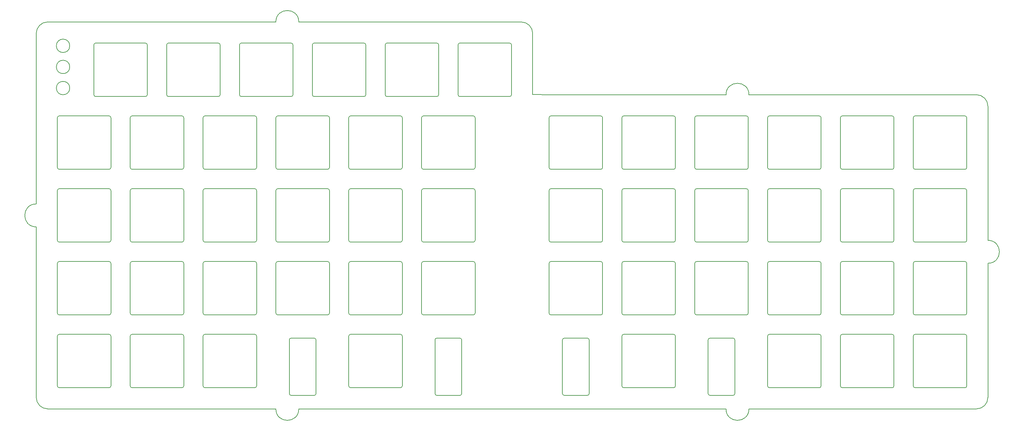
<source format=gm1>
G04 #@! TF.GenerationSoftware,KiCad,Pcbnew,(5.1.4-0)*
G04 #@! TF.CreationDate,2020-12-16T23:05:57-05:00*
G04 #@! TF.ProjectId,,58585858-5858-4585-9858-585858585858,rev?*
G04 #@! TF.SameCoordinates,Original*
G04 #@! TF.FileFunction,Profile,NP*
%FSLAX46Y46*%
G04 Gerber Fmt 4.6, Leading zero omitted, Abs format (unit mm)*
G04 Created by KiCad (PCBNEW (5.1.4-0)) date 2020-12-16 23:05:57*
%MOMM*%
%LPD*%
G04 APERTURE LIST*
%ADD10C,0.200000*%
G04 APERTURE END LIST*
D10*
X117725000Y-60075000D02*
G75*
G02X117225000Y-60575000I-500000J0D01*
G01*
X60075000Y-46574999D02*
G75*
G02X60575000Y-47074999I0J-500000D01*
G01*
X227262500Y-60075000D02*
G75*
G02X226762500Y-60575000I-500000J0D01*
G01*
X227262500Y-47074999D02*
X227262500Y-60075000D01*
X47074999Y-60575000D02*
X60075000Y-60575000D01*
X117725000Y-47074999D02*
X117725000Y-60075000D01*
X79625000Y-47074999D02*
X79625000Y-60075000D01*
X189162500Y-60075000D02*
G75*
G02X188662500Y-60575000I-500000J0D01*
G01*
X98674999Y-60075000D02*
G75*
G02X98174999Y-60575000I-500000J0D01*
G01*
X41525000Y-60075000D02*
G75*
G02X41025000Y-60575000I-500000J0D01*
G01*
X25000000Y-123250001D02*
G75*
G02X21999999Y-120250000I0J3000001D01*
G01*
X232812500Y-60575000D02*
X245812500Y-60575000D01*
X232812500Y-60575000D02*
G75*
G02X232312500Y-60075000I0J500000D01*
G01*
X28025000Y-60575000D02*
G75*
G02X27525000Y-60075000I0J500000D01*
G01*
X65624999Y-47074999D02*
G75*
G02X66124999Y-46574999I500000J0D01*
G01*
X270887500Y-85150000D02*
X270887500Y-120250000D01*
X188662500Y-46574999D02*
G75*
G02X189162500Y-47074999I0J-500000D01*
G01*
X251862500Y-79625000D02*
X264862499Y-79625000D01*
X208387999Y-123250000D02*
G75*
G02X202387999Y-123250000I-3000000J0D01*
G01*
X90663166Y-123250000D02*
X202388000Y-123250000D01*
X270887500Y-79150000D02*
G75*
G02X270887500Y-85150000I0J-3000000D01*
G01*
X270887500Y-44050000D02*
X270887500Y-79149999D01*
X22000000Y-25000000D02*
X22000000Y-69625000D01*
X25000000Y-123250000D02*
X84663166Y-123250000D01*
X208387999Y-123250000D02*
X267887500Y-123250000D01*
X22000000Y-75625000D02*
G75*
G02X22000000Y-69625000I0J3000000D01*
G01*
X22000000Y-75625000D02*
X22000000Y-120250000D01*
X90663166Y-123250000D02*
G75*
G02X84663166Y-123250000I-3000000J0D01*
G01*
X41524999Y-66125000D02*
X41524999Y-79125000D01*
X251362500Y-47074999D02*
G75*
G02X251862500Y-46574999I500000J0D01*
G01*
X265362499Y-98175000D02*
G75*
G02X264862499Y-98675000I-500000J0D01*
G01*
X28025000Y-65625000D02*
X41025000Y-65625000D01*
X208212499Y-79125000D02*
G75*
G02X207712499Y-79625000I-500000J0D01*
G01*
X251862500Y-98675000D02*
G75*
G02X251362500Y-98175000I0J500000D01*
G01*
X194712500Y-60575000D02*
X207712499Y-60575000D01*
X28025000Y-79625000D02*
X41025000Y-79625000D01*
X265362499Y-60075000D02*
G75*
G02X264862499Y-60575000I-500000J0D01*
G01*
X85175000Y-98675000D02*
G75*
G02X84675000Y-98175000I0J500000D01*
G01*
X213762500Y-79625000D02*
G75*
G02X213262500Y-79125000I0J500000D01*
G01*
X79125000Y-65625000D02*
G75*
G02X79625000Y-66125000I0J-500000D01*
G01*
X60075000Y-84675000D02*
G75*
G02X60575000Y-85175000I0J-500000D01*
G01*
X251362500Y-47074999D02*
X251362500Y-60075000D01*
X166612499Y-119225000D02*
G75*
G02X166112499Y-119725000I-500000J0D01*
G01*
X245812500Y-46574999D02*
G75*
G02X246312500Y-47074999I0J-500000D01*
G01*
X213262500Y-66125000D02*
X213262500Y-79125000D01*
X265362500Y-47074999D02*
X265362500Y-60075000D01*
X213262500Y-47074999D02*
G75*
G02X213762500Y-46574999I500000J0D01*
G01*
X226762500Y-46574999D02*
G75*
G02X227262500Y-47074999I0J-500000D01*
G01*
X104225000Y-98675000D02*
X117225000Y-98675000D01*
X98674999Y-98175000D02*
G75*
G02X98174999Y-98675000I-500000J0D01*
G01*
X194712500Y-46574999D02*
X207712499Y-46574999D01*
X46574999Y-104225000D02*
X46574999Y-117225000D01*
X175662500Y-46574999D02*
X188662500Y-46574999D01*
X175662500Y-60575000D02*
X188662500Y-60575000D01*
X104225000Y-79625000D02*
G75*
G02X103725000Y-79125000I0J500000D01*
G01*
X28025000Y-103725000D02*
X41025000Y-103725000D01*
X213762500Y-65625000D02*
X226762500Y-65625000D01*
X47074999Y-65625000D02*
X60075000Y-65625000D01*
X46574999Y-85175000D02*
G75*
G02X47074999Y-84675000I500000J0D01*
G01*
X246312500Y-66125000D02*
X246312500Y-79125000D01*
X213762500Y-103725000D02*
X226762500Y-103725000D01*
X213262500Y-104225000D02*
X213262500Y-117225000D01*
X213762500Y-60575000D02*
G75*
G02X213262500Y-60075000I0J500000D01*
G01*
X213262500Y-47074999D02*
X213262500Y-60075000D01*
X213762500Y-117725000D02*
X226762500Y-117725000D01*
X227262500Y-104225000D02*
X227262500Y-117225000D01*
X46574999Y-104225000D02*
G75*
G02X47074999Y-103725000I500000J0D01*
G01*
X104225000Y-65625000D02*
X117225000Y-65625000D01*
X28025000Y-117725000D02*
X41025000Y-117725000D01*
X207712499Y-46574999D02*
G75*
G02X208212499Y-47074999I0J-500000D01*
G01*
X85175000Y-60575000D02*
X98174999Y-60575000D01*
X27524999Y-66125000D02*
X27524999Y-79125000D01*
X41525000Y-79125000D02*
G75*
G02X41025000Y-79625000I-500000J0D01*
G01*
X189162500Y-47074999D02*
X189162500Y-60075000D01*
X245812500Y-84675000D02*
G75*
G02X246312500Y-85175000I0J-500000D01*
G01*
X79625000Y-79125000D02*
G75*
G02X79125000Y-79625000I-500000J0D01*
G01*
X213262500Y-104225000D02*
G75*
G02X213762500Y-103725000I500000J0D01*
G01*
X60575000Y-104225000D02*
X60575000Y-117225000D01*
X122774999Y-66125000D02*
G75*
G02X123275000Y-65624999I500001J0D01*
G01*
X175162500Y-47074999D02*
G75*
G02X175662500Y-46574999I500000J0D01*
G01*
X104225000Y-84675000D02*
X117225000Y-84675000D01*
X175162500Y-85175000D02*
X175162500Y-98175000D01*
X251862500Y-103725000D02*
X264862499Y-103725000D01*
X251862500Y-117725000D02*
X264862499Y-117725000D01*
X207712499Y-84675000D02*
G75*
G02X208212499Y-85175000I0J-500000D01*
G01*
X197712499Y-105225000D02*
X197712499Y-119225000D01*
X194712500Y-98675000D02*
G75*
G02X194212500Y-98175000I0J500000D01*
G01*
X84674999Y-66125000D02*
G75*
G02X85175000Y-65624999I500001J0D01*
G01*
X232812500Y-117725000D02*
G75*
G02X232312500Y-117225000I0J500000D01*
G01*
X103725000Y-104225000D02*
X103725000Y-117225000D01*
X208212499Y-85175000D02*
X208212499Y-98175000D01*
X265362500Y-104225000D02*
X265362500Y-117225000D01*
X156612500Y-84675000D02*
X169612500Y-84675000D01*
X117725000Y-117225000D02*
G75*
G02X117225000Y-117725000I-500000J0D01*
G01*
X88675000Y-104725000D02*
X94675000Y-104725000D01*
X156612500Y-98675000D02*
G75*
G02X156112500Y-98175000I0J500000D01*
G01*
X213762500Y-98675000D02*
X226762500Y-98675000D01*
X156112500Y-85175000D02*
X156112500Y-98175000D01*
X213762500Y-98675000D02*
G75*
G02X213262500Y-98175000I0J500000D01*
G01*
X213762500Y-117725000D02*
G75*
G02X213262500Y-117225000I0J500000D01*
G01*
X60575000Y-79125000D02*
G75*
G02X60075000Y-79625000I-500000J0D01*
G01*
X246312500Y-85175000D02*
X246312500Y-98175000D01*
X84675000Y-66125000D02*
X84675000Y-79125000D01*
X123275000Y-98675000D02*
X136275000Y-98675000D01*
X232312500Y-85175000D02*
G75*
G02X232812500Y-84675000I500000J0D01*
G01*
X166112499Y-104725000D02*
G75*
G02X166612499Y-105225000I0J-500000D01*
G01*
X246312500Y-104225000D02*
X246312500Y-117225000D01*
X265362499Y-117225000D02*
G75*
G02X264862499Y-117725000I-500000J0D01*
G01*
X194212500Y-85175000D02*
X194212500Y-98175000D01*
X126275000Y-105225000D02*
G75*
G02X126775000Y-104725000I500000J0D01*
G01*
X227262500Y-66125000D02*
X227262500Y-79125000D01*
X85175000Y-79625000D02*
X98174999Y-79625000D01*
X104225000Y-117725000D02*
G75*
G02X103725000Y-117225000I0J500000D01*
G01*
X245812500Y-103725000D02*
G75*
G02X246312500Y-104225000I0J-500000D01*
G01*
X103725000Y-104225000D02*
G75*
G02X104225000Y-103725000I500000J0D01*
G01*
X227262500Y-117225000D02*
G75*
G02X226762500Y-117725000I-500000J0D01*
G01*
X175662500Y-103725000D02*
X188662500Y-103725000D01*
X66124999Y-79625000D02*
X79125000Y-79625000D01*
X208212499Y-60075000D02*
G75*
G02X207712499Y-60575000I-500000J0D01*
G01*
X251362500Y-104225000D02*
G75*
G02X251862500Y-103725000I500000J0D01*
G01*
X28025000Y-84675000D02*
X41025000Y-84675000D01*
X47074999Y-79625000D02*
X60075000Y-79625000D01*
X232312500Y-104225000D02*
G75*
G02X232812500Y-103725000I500000J0D01*
G01*
X156612500Y-65625000D02*
X169612500Y-65625000D01*
X232312500Y-85175000D02*
X232312500Y-98175000D01*
X232312500Y-104225000D02*
X232312500Y-117225000D01*
X251362500Y-104225000D02*
X251362500Y-117225000D01*
X251862500Y-117725000D02*
G75*
G02X251362500Y-117225000I0J500000D01*
G01*
X85175000Y-65625000D02*
X98174999Y-65625000D01*
X117725000Y-104225000D02*
X117725000Y-117225000D01*
X160112500Y-119725000D02*
X166112499Y-119725000D01*
X66124999Y-79625000D02*
G75*
G02X65624999Y-79125000I0J500000D01*
G01*
X264862499Y-103724999D02*
G75*
G02X265362500Y-104225000I0J-500001D01*
G01*
X123275000Y-79625000D02*
X136275000Y-79625000D01*
X136775000Y-98175000D02*
G75*
G02X136275000Y-98675000I-500000J0D01*
G01*
X123275000Y-84675000D02*
X136275000Y-84675000D01*
X189162500Y-98175000D02*
G75*
G02X188662500Y-98675000I-500000J0D01*
G01*
X264862499Y-46574998D02*
G75*
G02X265362500Y-47074999I0J-500001D01*
G01*
X189162500Y-104225000D02*
X189162500Y-117225000D01*
X226762500Y-103725000D02*
G75*
G02X227262500Y-104225000I0J-500000D01*
G01*
X175662500Y-117725000D02*
G75*
G02X175162500Y-117225000I0J500000D01*
G01*
X232812500Y-103725000D02*
X245812500Y-103725000D01*
X246312500Y-117225000D02*
G75*
G02X245812500Y-117725000I-500000J0D01*
G01*
X95175000Y-119225000D02*
G75*
G02X94675000Y-119725000I-500000J0D01*
G01*
X232812500Y-117725000D02*
X245812500Y-117725000D01*
X251362500Y-85175000D02*
X251362500Y-98175000D01*
X27524999Y-104225000D02*
X27524999Y-117225000D01*
X98675000Y-66125000D02*
X98675000Y-79125000D01*
X126274999Y-105225000D02*
X126274999Y-119225000D01*
X213262500Y-85175000D02*
X213262500Y-98175000D01*
X88174999Y-105225000D02*
X88174999Y-119225000D01*
X136275000Y-65625000D02*
G75*
G02X136775000Y-66125000I0J-500000D01*
G01*
X136775000Y-79125000D02*
G75*
G02X136275000Y-79625000I-500000J0D01*
G01*
X194212500Y-85175000D02*
G75*
G02X194712500Y-84675000I500000J0D01*
G01*
X65624998Y-66125000D02*
G75*
G02X66124999Y-65624999I500001J0D01*
G01*
X156612500Y-98675000D02*
X169612500Y-98675000D01*
X160112500Y-119725001D02*
G75*
G02X159612499Y-119225000I0J500001D01*
G01*
X188662500Y-84675000D02*
G75*
G02X189162500Y-85175000I0J-500000D01*
G01*
X246312500Y-98175000D02*
G75*
G02X245812500Y-98675000I-500000J0D01*
G01*
X156612500Y-79625000D02*
X169612500Y-79625000D01*
X117725000Y-79125000D02*
G75*
G02X117225000Y-79625000I-500000J0D01*
G01*
X264862499Y-84674999D02*
G75*
G02X265362500Y-85175000I0J-500001D01*
G01*
X232812500Y-98675000D02*
G75*
G02X232312500Y-98175000I0J500000D01*
G01*
X226762500Y-84675000D02*
G75*
G02X227262500Y-85175000I0J-500000D01*
G01*
X226762500Y-65625000D02*
G75*
G02X227262500Y-66125000I0J-500000D01*
G01*
X160112500Y-104725000D02*
X166112499Y-104725000D01*
X88675000Y-119725001D02*
G75*
G02X88174999Y-119225000I0J500001D01*
G01*
X189162500Y-85175000D02*
X189162500Y-98175000D01*
X60575000Y-66125000D02*
X60575000Y-79125000D01*
X198212499Y-119725000D02*
G75*
G02X197712499Y-119225000I0J500000D01*
G01*
X175162500Y-104225000D02*
X175162500Y-117225000D01*
X126775000Y-119725001D02*
G75*
G02X126274999Y-119225000I0J500001D01*
G01*
X132775000Y-104725001D02*
G75*
G02X133274999Y-105225000I0J-499999D01*
G01*
X208212499Y-98175000D02*
G75*
G02X207712499Y-98675000I-500000J0D01*
G01*
X46574999Y-66125000D02*
X46574999Y-79125000D01*
X41524999Y-104225000D02*
X41524999Y-117225000D01*
X227262500Y-98175000D02*
G75*
G02X226762500Y-98675000I-500000J0D01*
G01*
X95175000Y-105225000D02*
X95175000Y-119225000D01*
X170112500Y-85175000D02*
X170112500Y-98175000D01*
X175162500Y-85175000D02*
G75*
G02X175662500Y-84675000I500000J0D01*
G01*
X60075000Y-65625000D02*
G75*
G02X60575000Y-66125000I0J-500000D01*
G01*
X126775000Y-119725000D02*
X132775000Y-119725000D01*
X123275000Y-65625000D02*
X136275000Y-65625000D01*
X133275000Y-105225000D02*
X133275000Y-119225000D01*
X204212500Y-104725000D02*
G75*
G02X204712500Y-105225000I0J-500000D01*
G01*
X175662500Y-84675000D02*
X188662500Y-84675000D01*
X88675000Y-119725000D02*
X94675000Y-119725000D01*
X213762500Y-84675000D02*
X226762500Y-84675000D01*
X175662500Y-98675000D02*
G75*
G02X175162500Y-98175000I0J500000D01*
G01*
X66124999Y-65625000D02*
X79125000Y-65625000D01*
X251862500Y-60575000D02*
G75*
G02X251362500Y-60075000I0J500000D01*
G01*
X175662500Y-98675000D02*
X188662500Y-98675000D01*
X94675000Y-104725000D02*
G75*
G02X95175000Y-105225000I0J-500000D01*
G01*
X204712500Y-119225000D02*
G75*
G02X204212500Y-119725000I-500000J0D01*
G01*
X194712500Y-84675000D02*
X207712499Y-84675000D01*
X213262500Y-85175000D02*
G75*
G02X213762500Y-84675000I500000J0D01*
G01*
X198212499Y-119725000D02*
X204212500Y-119725000D01*
X122775000Y-66125000D02*
X122775000Y-79125000D01*
X198212499Y-104725000D02*
X204212500Y-104725000D01*
X175662500Y-117725000D02*
X188662500Y-117725000D01*
X188662500Y-103725000D02*
G75*
G02X189162500Y-104225000I0J-500000D01*
G01*
X88175000Y-105225000D02*
G75*
G02X88675000Y-104725000I500000J0D01*
G01*
X126775000Y-104725000D02*
X132775000Y-104725000D01*
X156112500Y-85175000D02*
G75*
G02X156612500Y-84675000I500000J0D01*
G01*
X251362500Y-85175000D02*
G75*
G02X251862500Y-84675000I500000J0D01*
G01*
X265362500Y-85175000D02*
X265362500Y-98175000D01*
X227262500Y-85175000D02*
X227262500Y-98175000D01*
X170112500Y-98175000D02*
G75*
G02X169612500Y-98675000I-500000J0D01*
G01*
X159612500Y-105225000D02*
X159612500Y-119225000D01*
X85175000Y-79625000D02*
G75*
G02X84675000Y-79125000I0J500000D01*
G01*
X156612500Y-79625000D02*
G75*
G02X156112500Y-79125000I0J500000D01*
G01*
X156612500Y-60575000D02*
X169612500Y-60575000D01*
X232812500Y-98675000D02*
X245812500Y-98675000D01*
X251862500Y-98675000D02*
X264862499Y-98675000D01*
X204712500Y-105225000D02*
X204712500Y-119225000D01*
X46574998Y-66125000D02*
G75*
G02X47074999Y-65624999I500001J0D01*
G01*
X251862500Y-84675000D02*
X264862499Y-84675000D01*
X232312500Y-47074999D02*
G75*
G02X232812500Y-46574999I500000J0D01*
G01*
X166612499Y-105225000D02*
X166612499Y-119225000D01*
X194212500Y-47074999D02*
G75*
G02X194712500Y-46574999I500000J0D01*
G01*
X136275000Y-84675000D02*
G75*
G02X136775000Y-85175000I0J-500000D01*
G01*
X213762500Y-46574999D02*
X226762500Y-46574999D01*
X47074999Y-79625000D02*
G75*
G02X46574999Y-79125000I0J500000D01*
G01*
X189162500Y-66125000D02*
X189162500Y-79125000D01*
X46574999Y-85175000D02*
X46574999Y-98175000D01*
X213262499Y-66125000D02*
G75*
G02X213762500Y-65624999I500001J0D01*
G01*
X133275000Y-119225000D02*
G75*
G02X132775000Y-119725000I-500000J0D01*
G01*
X136775000Y-66125000D02*
X136775000Y-79125000D01*
X251862500Y-60575000D02*
X264862499Y-60575000D01*
X28025000Y-98675000D02*
G75*
G02X27525000Y-98175000I0J500000D01*
G01*
X175162500Y-104225000D02*
G75*
G02X175662500Y-103725000I500000J0D01*
G01*
X175162499Y-66125000D02*
G75*
G02X175662500Y-65624999I500001J0D01*
G01*
X79125000Y-103725000D02*
G75*
G02X79625000Y-104225000I0J-500000D01*
G01*
X175162500Y-66125000D02*
X175162500Y-79125000D01*
X194712500Y-79625000D02*
G75*
G02X194212500Y-79125000I0J500000D01*
G01*
X27524999Y-85175000D02*
X27524999Y-98175000D01*
X79625000Y-66125000D02*
X79625000Y-79125000D01*
X28025000Y-98675000D02*
X41025000Y-98675000D01*
X47074999Y-98675000D02*
X60075000Y-98675000D01*
X213762500Y-60575000D02*
X226762500Y-60575000D01*
X65625000Y-66125000D02*
X65625000Y-79125000D01*
X169612500Y-84675000D02*
G75*
G02X170112500Y-85175000I0J-500000D01*
G01*
X159612500Y-105225000D02*
G75*
G02X160112500Y-104725000I500000J0D01*
G01*
X232812500Y-84675000D02*
X245812500Y-84675000D01*
X84675000Y-47074999D02*
G75*
G02X85175000Y-46574999I500000J0D01*
G01*
X65624999Y-104225000D02*
G75*
G02X66124999Y-103725000I500000J0D01*
G01*
X208212499Y-47074999D02*
X208212499Y-60075000D01*
X104225000Y-117725000D02*
X117225000Y-117725000D01*
X104225000Y-79625000D02*
X117225000Y-79625000D01*
X197712499Y-105225000D02*
G75*
G02X198212499Y-104725000I500000J0D01*
G01*
X41025000Y-65625000D02*
G75*
G02X41525000Y-66125000I0J-500000D01*
G01*
X123275000Y-98675000D02*
G75*
G02X122775000Y-98175000I0J500000D01*
G01*
X189162500Y-117225000D02*
G75*
G02X188662500Y-117725000I-500000J0D01*
G01*
X194712500Y-98675000D02*
X207712499Y-98675000D01*
X194212500Y-47074999D02*
X194212500Y-60075000D01*
X170112500Y-79125000D02*
G75*
G02X169612500Y-79625000I-500000J0D01*
G01*
X117225000Y-103725000D02*
G75*
G02X117725000Y-104225000I0J-500000D01*
G01*
X207712499Y-65625000D02*
G75*
G02X208212499Y-66125000I0J-500000D01*
G01*
X79625000Y-117225000D02*
G75*
G02X79125000Y-117725000I-500000J0D01*
G01*
X60075000Y-103725000D02*
G75*
G02X60575000Y-104225000I0J-500000D01*
G01*
X98174999Y-65624999D02*
G75*
G02X98675000Y-66125000I0J-500001D01*
G01*
X66124999Y-117725000D02*
G75*
G02X65624999Y-117225000I0J500000D01*
G01*
X194712500Y-65625000D02*
X207712499Y-65625000D01*
X117725000Y-98175000D02*
G75*
G02X117225000Y-98675000I-500000J0D01*
G01*
X60575000Y-117225000D02*
G75*
G02X60075000Y-117725000I-500000J0D01*
G01*
X251362500Y-66125000D02*
X251362500Y-79125000D01*
X232312500Y-66125000D02*
X232312500Y-79125000D01*
X65625000Y-85175000D02*
X65625000Y-98175000D01*
X189162500Y-79125000D02*
G75*
G02X188662500Y-79625000I-500000J0D01*
G01*
X232312499Y-66125000D02*
G75*
G02X232812500Y-65624999I500001J0D01*
G01*
X104225000Y-98675000D02*
G75*
G02X103725000Y-98175000I0J500000D01*
G01*
X122775000Y-85175000D02*
X122775000Y-98175000D01*
X188662500Y-65625000D02*
G75*
G02X189162500Y-66125000I0J-500000D01*
G01*
X156112500Y-66125000D02*
X156112500Y-79125000D01*
X156112499Y-66125000D02*
G75*
G02X156612500Y-65624999I500001J0D01*
G01*
X175662500Y-65625000D02*
X188662500Y-65625000D01*
X47074999Y-103725000D02*
X60075000Y-103725000D01*
X103725000Y-85175000D02*
X103725000Y-98175000D01*
X28025000Y-117725000D02*
G75*
G02X27525000Y-117225000I0J500000D01*
G01*
X41525000Y-117225000D02*
G75*
G02X41025000Y-117725000I-500000J0D01*
G01*
X47074999Y-84675000D02*
X60075000Y-84675000D01*
X194212500Y-66125000D02*
X194212500Y-79125000D01*
X265362499Y-79125000D02*
G75*
G02X264862499Y-79625000I-500000J0D01*
G01*
X251862500Y-46574999D02*
X264862499Y-46574999D01*
X103725000Y-66125000D02*
X103725000Y-79125000D01*
X27524999Y-66125000D02*
G75*
G02X28025000Y-65624999I500001J0D01*
G01*
X175662500Y-79625000D02*
X188662500Y-79625000D01*
X66124999Y-117725000D02*
X79125000Y-117725000D01*
X66124999Y-103725000D02*
X79125000Y-103725000D01*
X251862500Y-79625000D02*
G75*
G02X251362500Y-79125000I0J500000D01*
G01*
X117725000Y-66125000D02*
X117725000Y-79125000D01*
X65625000Y-104225000D02*
X65625000Y-117225000D01*
X251862500Y-65625000D02*
X264862499Y-65625000D01*
X47074999Y-117725000D02*
G75*
G02X46574999Y-117225000I0J500000D01*
G01*
X169612500Y-65625000D02*
G75*
G02X170112500Y-66125000I0J-500000D01*
G01*
X117225000Y-84675000D02*
G75*
G02X117725000Y-85175000I0J-500000D01*
G01*
X103725000Y-85175000D02*
G75*
G02X104225000Y-84675000I500000J0D01*
G01*
X175662500Y-79625000D02*
G75*
G02X175162500Y-79125000I0J500000D01*
G01*
X227262500Y-79125000D02*
G75*
G02X226762500Y-79625000I-500000J0D01*
G01*
X104225000Y-103725000D02*
X117225000Y-103725000D01*
X117225000Y-65625000D02*
G75*
G02X117725000Y-66125000I0J-500000D01*
G01*
X246312500Y-60075000D02*
G75*
G02X245812500Y-60575000I-500000J0D01*
G01*
X213762500Y-79625000D02*
X226762500Y-79625000D01*
X27525000Y-85175000D02*
G75*
G02X28025000Y-84675000I500000J0D01*
G01*
X232812500Y-79625000D02*
G75*
G02X232312500Y-79125000I0J500000D01*
G01*
X123275000Y-79625000D02*
G75*
G02X122775000Y-79125000I0J500000D01*
G01*
X246312500Y-79125000D02*
G75*
G02X245812500Y-79625000I-500000J0D01*
G01*
X103724999Y-66125000D02*
G75*
G02X104225000Y-65624999I500001J0D01*
G01*
X194212499Y-66125000D02*
G75*
G02X194712500Y-65624999I500001J0D01*
G01*
X27525000Y-104225000D02*
G75*
G02X28025000Y-103725000I500000J0D01*
G01*
X208212499Y-66125000D02*
X208212499Y-79125000D01*
X117725000Y-85175000D02*
X117725000Y-98175000D01*
X41025000Y-103725000D02*
G75*
G02X41525000Y-104225000I0J-500000D01*
G01*
X41524999Y-85175000D02*
X41524999Y-98175000D01*
X60575000Y-98175000D02*
G75*
G02X60075000Y-98675000I-500000J0D01*
G01*
X47074999Y-117725000D02*
X60075000Y-117725000D01*
X28025000Y-79625000D02*
G75*
G02X27525000Y-79125000I0J500000D01*
G01*
X136775000Y-85175000D02*
X136775000Y-98175000D01*
X41025000Y-84675000D02*
G75*
G02X41525000Y-85175000I0J-500000D01*
G01*
X232812500Y-65625000D02*
X245812500Y-65625000D01*
X170112500Y-66125000D02*
X170112500Y-79125000D01*
X98675000Y-85175000D02*
X98675000Y-98175000D01*
X84675000Y-85175000D02*
G75*
G02X85175000Y-84675000I500000J0D01*
G01*
X245812500Y-65625000D02*
G75*
G02X246312500Y-66125000I0J-500000D01*
G01*
X41525000Y-98175000D02*
G75*
G02X41025000Y-98675000I-500000J0D01*
G01*
X194712500Y-79625000D02*
X207712499Y-79625000D01*
X47074999Y-98675000D02*
G75*
G02X46574999Y-98175000I0J500000D01*
G01*
X66124999Y-98675000D02*
X79125000Y-98675000D01*
X60575000Y-85175000D02*
X60575000Y-98175000D01*
X66124999Y-84675000D02*
X79125000Y-84675000D01*
X79625000Y-104225000D02*
X79625000Y-117225000D01*
X170112500Y-60075000D02*
G75*
G02X169612500Y-60575000I-500000J0D01*
G01*
X136275000Y-46574999D02*
G75*
G02X136775000Y-47074999I0J-500000D01*
G01*
X123275000Y-46574999D02*
X136275000Y-46574999D01*
X156112500Y-47074999D02*
X156112500Y-60075000D01*
X136775000Y-47074999D02*
X136775000Y-60075000D01*
X232812500Y-79625000D02*
X245812500Y-79625000D01*
X122775000Y-85175000D02*
G75*
G02X123275000Y-84675000I500000J0D01*
G01*
X98675000Y-47074999D02*
X98675000Y-60075000D01*
X47074999Y-46574999D02*
X60075000Y-46574999D01*
X156612500Y-46574999D02*
X169612500Y-46574999D01*
X79625000Y-98175000D02*
G75*
G02X79125000Y-98675000I-500000J0D01*
G01*
X66124999Y-98675000D02*
G75*
G02X65624999Y-98175000I0J500000D01*
G01*
X66124999Y-60575000D02*
X79125000Y-60575000D01*
X246312500Y-47074999D02*
X246312500Y-60075000D01*
X28025000Y-60575000D02*
X41025000Y-60575000D01*
X85175000Y-98675000D02*
X98174999Y-98675000D01*
X104225000Y-60575000D02*
G75*
G02X103725000Y-60075000I0J500000D01*
G01*
X66124999Y-46574999D02*
X79125000Y-46574999D01*
X66124999Y-60575000D02*
G75*
G02X65624999Y-60075000I0J500000D01*
G01*
X264862499Y-65624999D02*
G75*
G02X265362500Y-66125000I0J-500001D01*
G01*
X175662500Y-60575000D02*
G75*
G02X175162500Y-60075000I0J500000D01*
G01*
X65625000Y-47074999D02*
X65625000Y-60075000D01*
X79625000Y-85175000D02*
X79625000Y-98175000D01*
X104225000Y-46574999D02*
X117225000Y-46574999D01*
X79125000Y-84675000D02*
G75*
G02X79625000Y-85175000I0J-500000D01*
G01*
X194712500Y-60575000D02*
G75*
G02X194212500Y-60075000I0J500000D01*
G01*
X85175000Y-60575000D02*
G75*
G02X84675000Y-60075000I0J500000D01*
G01*
X251362499Y-66125000D02*
G75*
G02X251862500Y-65624999I500001J0D01*
G01*
X98174999Y-84674999D02*
G75*
G02X98675000Y-85175000I0J-500001D01*
G01*
X41524999Y-47074999D02*
X41524999Y-60075000D01*
X79125000Y-46574999D02*
G75*
G02X79625000Y-47074999I0J-500000D01*
G01*
X103725000Y-47074999D02*
X103725000Y-60075000D01*
X85175000Y-46574999D02*
X98174999Y-46574999D01*
X28025000Y-46574999D02*
X41025000Y-46574999D01*
X65624999Y-85175000D02*
G75*
G02X66124999Y-84675000I500000J0D01*
G01*
X85175000Y-84675000D02*
X98174999Y-84675000D01*
X170112500Y-47074999D02*
X170112500Y-60075000D01*
X60575000Y-47074999D02*
X60575000Y-60075000D01*
X156612500Y-60575000D02*
G75*
G02X156112500Y-60075000I0J500000D01*
G01*
X98174999Y-46574998D02*
G75*
G02X98675000Y-47074999I0J-500001D01*
G01*
X98674999Y-79125000D02*
G75*
G02X98174999Y-79625000I-500000J0D01*
G01*
X232312500Y-47074999D02*
X232312500Y-60075000D01*
X265362500Y-66125000D02*
X265362500Y-79125000D01*
X232812500Y-46574999D02*
X245812500Y-46574999D01*
X156112500Y-47074999D02*
G75*
G02X156612500Y-46574999I500000J0D01*
G01*
X46574999Y-47074999D02*
X46574999Y-60075000D01*
X60575000Y-60075000D02*
G75*
G02X60075000Y-60575000I-500000J0D01*
G01*
X103725000Y-47074999D02*
G75*
G02X104225000Y-46574999I500000J0D01*
G01*
X123275000Y-60575000D02*
X136275000Y-60575000D01*
X46574999Y-47074999D02*
G75*
G02X47074999Y-46574999I500000J0D01*
G01*
X122775000Y-47074999D02*
G75*
G02X123275000Y-46574999I500000J0D01*
G01*
X270887500Y-120249999D02*
G75*
G02X267887500Y-123249999I-3000000J0D01*
G01*
X175162500Y-47074999D02*
X175162500Y-60075000D01*
X27524999Y-47074999D02*
X27524999Y-60075000D01*
X117225000Y-46574999D02*
G75*
G02X117725000Y-47074999I0J-500000D01*
G01*
X104225000Y-60575000D02*
X117225000Y-60575000D01*
X84675000Y-85175000D02*
X84675000Y-98175000D01*
X47074999Y-60575000D02*
G75*
G02X46574999Y-60075000I0J500000D01*
G01*
X123275000Y-60575000D02*
G75*
G02X122775000Y-60075000I0J500000D01*
G01*
X27525000Y-47074999D02*
G75*
G02X28025000Y-46574999I500000J0D01*
G01*
X79625000Y-60075000D02*
G75*
G02X79125000Y-60575000I-500000J0D01*
G01*
X136775000Y-60075000D02*
G75*
G02X136275000Y-60575000I-500000J0D01*
G01*
X169612500Y-46574999D02*
G75*
G02X170112500Y-47074999I0J-500000D01*
G01*
X41025000Y-46574999D02*
G75*
G02X41525000Y-47074999I0J-500000D01*
G01*
X122775000Y-47074999D02*
X122775000Y-60075000D01*
X84675000Y-47074999D02*
X84675000Y-60075000D01*
X113750000Y-41525000D02*
G75*
G02X113250000Y-41025000I0J500000D01*
G01*
X108200000Y-28025000D02*
X108200000Y-41025000D01*
X56600000Y-41525000D02*
X69600000Y-41525000D01*
X151825000Y-28025000D02*
X151825000Y-41025000D01*
X94700000Y-41525000D02*
G75*
G02X94200000Y-41025000I0J500000D01*
G01*
X151825000Y-41025000D02*
X156612500Y-41050000D01*
X108199999Y-41025000D02*
G75*
G02X107699999Y-41525000I-500000J0D01*
G01*
X127250000Y-41025000D02*
G75*
G02X126750000Y-41525000I-500000J0D01*
G01*
X94700000Y-41524999D02*
X107699999Y-41525000D01*
X56600000Y-41525000D02*
G75*
G02X56100000Y-41025000I0J500000D01*
G01*
X89149999Y-28025000D02*
X89149999Y-41025000D01*
X56100000Y-28025000D02*
X56100000Y-41025000D01*
X70100000Y-41025000D02*
G75*
G02X69600000Y-41525000I-500000J0D01*
G01*
X70100000Y-28025000D02*
X70100000Y-41025000D01*
X132300000Y-28025000D02*
X132300000Y-41025000D01*
X75650000Y-41525000D02*
X88650000Y-41525000D01*
X75650000Y-41525000D02*
G75*
G02X75150000Y-41025000I0J500000D01*
G01*
X37050000Y-28025000D02*
X37050000Y-41025000D01*
X51050000Y-28025000D02*
X51050000Y-41025000D01*
X37549999Y-41525000D02*
G75*
G02X37049999Y-41025000I0J500000D01*
G01*
X132799999Y-41524999D02*
X145800000Y-41525000D01*
X94200000Y-28025000D02*
X94200000Y-41025000D01*
X75149999Y-28025000D02*
X75149999Y-41025000D01*
X113750000Y-41524999D02*
X126750000Y-41525000D01*
X127250000Y-28025000D02*
X127250000Y-41025000D01*
X146300000Y-28025000D02*
X146300000Y-41025000D01*
X146300000Y-41025000D02*
G75*
G02X145800000Y-41525000I-500000J0D01*
G01*
X89150000Y-41025000D02*
G75*
G02X88650000Y-41525000I-500000J0D01*
G01*
X51049999Y-41025000D02*
G75*
G02X50549999Y-41525000I-500000J0D01*
G01*
X113250000Y-28025000D02*
X113250000Y-41025000D01*
X37549999Y-41525000D02*
X50549999Y-41525000D01*
X30761907Y-39300370D02*
G75*
G03X30761907Y-39300370I-1750000J0D01*
G01*
X132799999Y-41525000D02*
G75*
G02X132299999Y-41025000I0J500000D01*
G01*
X156612500Y-41050000D02*
X169612500Y-41050000D01*
X151825000Y-28025000D02*
X151825000Y-25000000D01*
X90663166Y-22000000D02*
X148825000Y-22000000D01*
X25000000Y-22000000D02*
X84663166Y-22000000D01*
X84663166Y-22000000D02*
G75*
G02X90663166Y-22000000I3000000J0D01*
G01*
X30761907Y-28250370D02*
G75*
G03X30761907Y-28250370I-1750000J0D01*
G01*
X30761907Y-33775370D02*
G75*
G03X30761907Y-33775370I-1750000J0D01*
G01*
X132299999Y-28025000D02*
G75*
G02X132799999Y-27525000I500000J0D01*
G01*
X37049999Y-28025000D02*
G75*
G02X37549999Y-27525000I500000J0D01*
G01*
X94700000Y-27525000D02*
X107699999Y-27525000D01*
X113750000Y-27525000D02*
X126750000Y-27525000D01*
X75150000Y-28025000D02*
G75*
G02X75650000Y-27525000I500000J0D01*
G01*
X56600000Y-27525000D02*
X69600000Y-27525000D01*
X126750000Y-27525000D02*
G75*
G02X127250000Y-28025000I0J-500000D01*
G01*
X21999999Y-25000000D02*
G75*
G02X24999999Y-22000000I3000000J0D01*
G01*
X56100000Y-28025000D02*
G75*
G02X56600000Y-27525000I500000J0D01*
G01*
X145800000Y-27525000D02*
G75*
G02X146300000Y-28025000I0J-500000D01*
G01*
X50549999Y-27524999D02*
G75*
G02X51050000Y-28025000I0J-500001D01*
G01*
X69600000Y-27525000D02*
G75*
G02X70100000Y-28025000I0J-500000D01*
G01*
X88650000Y-27525000D02*
G75*
G02X89150000Y-28025000I0J-500000D01*
G01*
X37549999Y-27525000D02*
X50549999Y-27525000D01*
X132799999Y-27525000D02*
X145800000Y-27525000D01*
X75650000Y-27525000D02*
X88650000Y-27525000D01*
X113250000Y-28025000D02*
G75*
G02X113750000Y-27525000I500000J0D01*
G01*
X107699999Y-27524999D02*
G75*
G02X108200000Y-28025000I0J-500001D01*
G01*
X94200000Y-28025000D02*
G75*
G02X94700000Y-27525000I500000J0D01*
G01*
X148825000Y-22000000D02*
G75*
G02X151825000Y-25000000I0J-3000000D01*
G01*
X208387999Y-41050000D02*
X267887500Y-41050000D01*
X202387999Y-41050000D02*
G75*
G02X208387999Y-41050000I3000000J0D01*
G01*
X169612500Y-41050000D02*
X202388000Y-41050000D01*
X267887500Y-41050000D02*
G75*
G02X270887500Y-44050000I0J-3000000D01*
G01*
M02*

</source>
